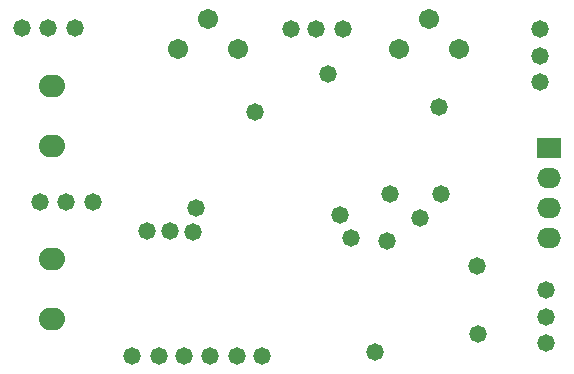
<source format=gbs>
%FSLAX25Y25*%
%MOIN*%
G70*
G01*
G75*
%ADD10C,0.01000*%
%ADD11R,0.06693X0.03937*%
%ADD12O,0.08661X0.02362*%
%ADD13R,0.13465X0.04921*%
%ADD14R,0.08661X0.02362*%
%ADD15R,0.01969X0.07087*%
%ADD16O,0.07087X0.11811*%
%ADD17R,0.01969X0.04724*%
%ADD18R,0.06693X0.09843*%
%ADD19R,0.08000X0.06693*%
%ADD20R,0.03937X0.06693*%
%ADD21R,0.05118X0.03937*%
%ADD22R,0.03150X0.03543*%
%ADD23R,0.03543X0.03150*%
%ADD24C,0.04000*%
%ADD25C,0.02000*%
%ADD26C,0.01500*%
%ADD27O,0.07874X0.06693*%
%ADD28C,0.05906*%
%ADD29O,0.07087X0.05906*%
%ADD30R,0.07087X0.05906*%
%ADD31C,0.05000*%
%ADD32C,0.00787*%
%ADD33C,0.00984*%
%ADD34C,0.00600*%
%ADD35C,0.00800*%
%ADD36R,0.07493X0.04737*%
%ADD37O,0.09461X0.03162*%
%ADD38R,0.14265X0.05721*%
%ADD39R,0.09461X0.03162*%
%ADD40R,0.02768X0.07887*%
%ADD41O,0.07887X0.12611*%
%ADD42R,0.02768X0.05524*%
%ADD43R,0.07493X0.10643*%
%ADD44R,0.08800X0.07493*%
%ADD45R,0.04737X0.07493*%
%ADD46R,0.05918X0.04737*%
%ADD47R,0.03950X0.04343*%
%ADD48R,0.04343X0.03950*%
%ADD49O,0.08674X0.07493*%
%ADD50C,0.06706*%
%ADD51O,0.07887X0.06706*%
%ADD52R,0.07887X0.06706*%
%ADD53C,0.05800*%
D49*
X940837Y847381D02*
D03*
Y827381D02*
D03*
Y789881D02*
D03*
Y769881D02*
D03*
D50*
X1066337Y869881D02*
D03*
X1056337Y859881D02*
D03*
X1076337D02*
D03*
X1002837D02*
D03*
X982837D02*
D03*
X992837Y869881D02*
D03*
D51*
X1106337Y806881D02*
D03*
Y796881D02*
D03*
Y816881D02*
D03*
D52*
Y826881D02*
D03*
D53*
X1070337Y811381D02*
D03*
X1069837Y840381D02*
D03*
X1036837Y804381D02*
D03*
X1082837Y764881D02*
D03*
D03*
X1082337Y787381D02*
D03*
X1052349Y795869D02*
D03*
X1063337Y803381D02*
D03*
X1048337Y758881D02*
D03*
X1008337Y838881D02*
D03*
X1040337Y796881D02*
D03*
X1053337Y811381D02*
D03*
X988837Y806881D02*
D03*
X954337Y808881D02*
D03*
X936837D02*
D03*
X945337D02*
D03*
X948337Y866881D02*
D03*
X930837D02*
D03*
X939337D02*
D03*
X1037837Y866381D02*
D03*
X1020337D02*
D03*
X1028837D02*
D03*
X1103337D02*
D03*
Y848881D02*
D03*
Y857381D02*
D03*
X1105337Y779381D02*
D03*
Y761881D02*
D03*
Y770381D02*
D03*
X967337Y757381D02*
D03*
X984837D02*
D03*
X976337D02*
D03*
X993337D02*
D03*
X1010837D02*
D03*
X1002337D02*
D03*
X1032837Y851381D02*
D03*
X972437Y799081D02*
D03*
X979937D02*
D03*
X987837Y798981D02*
D03*
M02*

</source>
